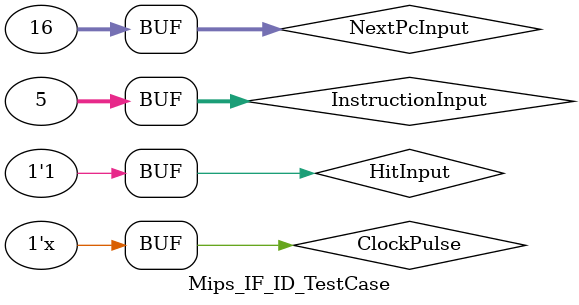
<source format=v>
`timescale 1ns / 1ps

module Mips_IF_ID_TestCase;

	// Inputs
	reg ClockPulse;
	reg [31:0] NextPcInput;
	reg [31:0] InstructionInput;
	reg HitInput;

	// Outputs
	wire [31:0] NextPcOutput;
	wire [31:0] InstructionOutput;
	wire HitOutput;

	// Instantiate the Unit Under Test (UUT)
	Mips_IF_ID uut (
		.ClockPulse(ClockPulse), 
		.NextPcInput(NextPcInput), 
		.InstructionInput(InstructionInput), 
		.HitInput(HitInput), 
		.NextPcOutput(NextPcOutput), 
		.InstructionOutput(InstructionOutput), 
		.HitOutput(HitOutput)
	);
	

	always
	begin
		#50; ClockPulse = ~ClockPulse; // T = 100 ns
	end


	initial begin

		ClockPulse = 0;
		
		NextPcInput = 0;
		InstructionInput = 32'b1;
		HitInput = 0;
		
		#100;
		
		NextPcInput = 4;
		InstructionInput = 32'b10;
		HitInput = 1;
		
		#100;

		NextPcInput = 8;
		InstructionInput = 32'b11;
		HitInput = 0;
		
		#100;

		NextPcInput = 12;
		InstructionInput = 32'b100;
		HitInput = 0;
		
		#100;
		
		NextPcInput = 16;
		InstructionInput = 32'b101;
		HitInput = 1;


	end
      
endmodule


</source>
